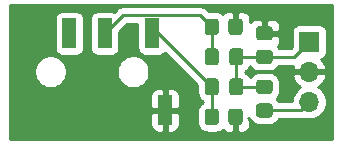
<source format=gbr>
%TF.GenerationSoftware,KiCad,Pcbnew,(5.1.9)-1*%
%TF.CreationDate,2022-01-05T12:10:33+01:00*%
%TF.ProjectId,WLED_AudioJackAdapter,574c4544-5f41-4756-9469-6f4a61636b41,rev?*%
%TF.SameCoordinates,Original*%
%TF.FileFunction,Copper,L1,Top*%
%TF.FilePolarity,Positive*%
%FSLAX46Y46*%
G04 Gerber Fmt 4.6, Leading zero omitted, Abs format (unit mm)*
G04 Created by KiCad (PCBNEW (5.1.9)-1) date 2022-01-05 12:10:33*
%MOMM*%
%LPD*%
G01*
G04 APERTURE LIST*
%TA.AperFunction,SMDPad,CuDef*%
%ADD10R,1.200000X2.500000*%
%TD*%
%TA.AperFunction,ComponentPad*%
%ADD11O,1.700000X1.700000*%
%TD*%
%TA.AperFunction,ComponentPad*%
%ADD12R,1.700000X1.700000*%
%TD*%
%TA.AperFunction,Conductor*%
%ADD13C,0.250000*%
%TD*%
%TA.AperFunction,Conductor*%
%ADD14C,0.254000*%
%TD*%
%TA.AperFunction,Conductor*%
%ADD15C,0.100000*%
%TD*%
G04 APERTURE END LIST*
D10*
%TO.P,J1,R2*%
%TO.N,N/C*%
X129540000Y-78665000D03*
%TO.P,J1,R1*%
%TO.N,Net-(C1-Pad2)*%
X132540000Y-78665000D03*
%TO.P,J1,T*%
%TO.N,Net-(C2-Pad2)*%
X136540000Y-78665000D03*
%TO.P,J1,S*%
%TO.N,GND*%
X137640000Y-85165000D03*
%TD*%
%TO.P,R4,2*%
%TO.N,ADC*%
%TA.AperFunction,SMDPad,CuDef*%
G36*
G01*
X146500001Y-83785000D02*
X145599999Y-83785000D01*
G75*
G02*
X145350000Y-83535001I0J249999D01*
G01*
X145350000Y-82834999D01*
G75*
G02*
X145599999Y-82585000I249999J0D01*
G01*
X146500001Y-82585000D01*
G75*
G02*
X146750000Y-82834999I0J-249999D01*
G01*
X146750000Y-83535001D01*
G75*
G02*
X146500001Y-83785000I-249999J0D01*
G01*
G37*
%TD.AperFunction*%
%TO.P,R4,1*%
%TO.N,+3V3*%
%TA.AperFunction,SMDPad,CuDef*%
G36*
G01*
X146500001Y-85785000D02*
X145599999Y-85785000D01*
G75*
G02*
X145350000Y-85535001I0J249999D01*
G01*
X145350000Y-84834999D01*
G75*
G02*
X145599999Y-84585000I249999J0D01*
G01*
X146500001Y-84585000D01*
G75*
G02*
X146750000Y-84834999I0J-249999D01*
G01*
X146750000Y-85535001D01*
G75*
G02*
X146500001Y-85785000I-249999J0D01*
G01*
G37*
%TD.AperFunction*%
%TD*%
%TO.P,R3,2*%
%TO.N,GND*%
%TA.AperFunction,SMDPad,CuDef*%
G36*
G01*
X146500001Y-79245000D02*
X145599999Y-79245000D01*
G75*
G02*
X145350000Y-78995001I0J249999D01*
G01*
X145350000Y-78294999D01*
G75*
G02*
X145599999Y-78045000I249999J0D01*
G01*
X146500001Y-78045000D01*
G75*
G02*
X146750000Y-78294999I0J-249999D01*
G01*
X146750000Y-78995001D01*
G75*
G02*
X146500001Y-79245000I-249999J0D01*
G01*
G37*
%TD.AperFunction*%
%TO.P,R3,1*%
%TO.N,ADC*%
%TA.AperFunction,SMDPad,CuDef*%
G36*
G01*
X146500001Y-81245000D02*
X145599999Y-81245000D01*
G75*
G02*
X145350000Y-80995001I0J249999D01*
G01*
X145350000Y-80294999D01*
G75*
G02*
X145599999Y-80045000I249999J0D01*
G01*
X146500001Y-80045000D01*
G75*
G02*
X146750000Y-80294999I0J-249999D01*
G01*
X146750000Y-80995001D01*
G75*
G02*
X146500001Y-81245000I-249999J0D01*
G01*
G37*
%TD.AperFunction*%
%TD*%
%TO.P,R2,2*%
%TO.N,Net-(C2-Pad2)*%
%TA.AperFunction,SMDPad,CuDef*%
G36*
G01*
X142205000Y-85274999D02*
X142205000Y-86175001D01*
G75*
G02*
X141955001Y-86425000I-249999J0D01*
G01*
X141254999Y-86425000D01*
G75*
G02*
X141005000Y-86175001I0J249999D01*
G01*
X141005000Y-85274999D01*
G75*
G02*
X141254999Y-85025000I249999J0D01*
G01*
X141955001Y-85025000D01*
G75*
G02*
X142205000Y-85274999I0J-249999D01*
G01*
G37*
%TD.AperFunction*%
%TO.P,R2,1*%
%TO.N,GND*%
%TA.AperFunction,SMDPad,CuDef*%
G36*
G01*
X144205000Y-85274999D02*
X144205000Y-86175001D01*
G75*
G02*
X143955001Y-86425000I-249999J0D01*
G01*
X143254999Y-86425000D01*
G75*
G02*
X143005000Y-86175001I0J249999D01*
G01*
X143005000Y-85274999D01*
G75*
G02*
X143254999Y-85025000I249999J0D01*
G01*
X143955001Y-85025000D01*
G75*
G02*
X144205000Y-85274999I0J-249999D01*
G01*
G37*
%TD.AperFunction*%
%TD*%
%TO.P,R1,2*%
%TO.N,Net-(C1-Pad2)*%
%TA.AperFunction,SMDPad,CuDef*%
G36*
G01*
X142205000Y-77654999D02*
X142205000Y-78555001D01*
G75*
G02*
X141955001Y-78805000I-249999J0D01*
G01*
X141254999Y-78805000D01*
G75*
G02*
X141005000Y-78555001I0J249999D01*
G01*
X141005000Y-77654999D01*
G75*
G02*
X141254999Y-77405000I249999J0D01*
G01*
X141955001Y-77405000D01*
G75*
G02*
X142205000Y-77654999I0J-249999D01*
G01*
G37*
%TD.AperFunction*%
%TO.P,R1,1*%
%TO.N,GND*%
%TA.AperFunction,SMDPad,CuDef*%
G36*
G01*
X144205000Y-77654999D02*
X144205000Y-78555001D01*
G75*
G02*
X143955001Y-78805000I-249999J0D01*
G01*
X143254999Y-78805000D01*
G75*
G02*
X143005000Y-78555001I0J249999D01*
G01*
X143005000Y-77654999D01*
G75*
G02*
X143254999Y-77405000I249999J0D01*
G01*
X143955001Y-77405000D01*
G75*
G02*
X144205000Y-77654999I0J-249999D01*
G01*
G37*
%TD.AperFunction*%
%TD*%
D11*
%TO.P,J2,3*%
%TO.N,+3V3*%
X149860000Y-84455000D03*
%TO.P,J2,2*%
%TO.N,GND*%
X149860000Y-81915000D03*
D12*
%TO.P,J2,1*%
%TO.N,ADC*%
X149860000Y-79375000D03*
%TD*%
%TO.P,C2,2*%
%TO.N,Net-(C2-Pad2)*%
%TA.AperFunction,SMDPad,CuDef*%
G36*
G01*
X142192500Y-82710000D02*
X142192500Y-83660000D01*
G75*
G02*
X141942500Y-83910000I-250000J0D01*
G01*
X141267500Y-83910000D01*
G75*
G02*
X141017500Y-83660000I0J250000D01*
G01*
X141017500Y-82710000D01*
G75*
G02*
X141267500Y-82460000I250000J0D01*
G01*
X141942500Y-82460000D01*
G75*
G02*
X142192500Y-82710000I0J-250000D01*
G01*
G37*
%TD.AperFunction*%
%TO.P,C2,1*%
%TO.N,ADC*%
%TA.AperFunction,SMDPad,CuDef*%
G36*
G01*
X144267500Y-82710000D02*
X144267500Y-83660000D01*
G75*
G02*
X144017500Y-83910000I-250000J0D01*
G01*
X143342500Y-83910000D01*
G75*
G02*
X143092500Y-83660000I0J250000D01*
G01*
X143092500Y-82710000D01*
G75*
G02*
X143342500Y-82460000I250000J0D01*
G01*
X144017500Y-82460000D01*
G75*
G02*
X144267500Y-82710000I0J-250000D01*
G01*
G37*
%TD.AperFunction*%
%TD*%
%TO.P,C1,2*%
%TO.N,Net-(C1-Pad2)*%
%TA.AperFunction,SMDPad,CuDef*%
G36*
G01*
X142192500Y-80170000D02*
X142192500Y-81120000D01*
G75*
G02*
X141942500Y-81370000I-250000J0D01*
G01*
X141267500Y-81370000D01*
G75*
G02*
X141017500Y-81120000I0J250000D01*
G01*
X141017500Y-80170000D01*
G75*
G02*
X141267500Y-79920000I250000J0D01*
G01*
X141942500Y-79920000D01*
G75*
G02*
X142192500Y-80170000I0J-250000D01*
G01*
G37*
%TD.AperFunction*%
%TO.P,C1,1*%
%TO.N,ADC*%
%TA.AperFunction,SMDPad,CuDef*%
G36*
G01*
X144267500Y-80170000D02*
X144267500Y-81120000D01*
G75*
G02*
X144017500Y-81370000I-250000J0D01*
G01*
X143342500Y-81370000D01*
G75*
G02*
X143092500Y-81120000I0J250000D01*
G01*
X143092500Y-80170000D01*
G75*
G02*
X143342500Y-79920000I250000J0D01*
G01*
X144017500Y-79920000D01*
G75*
G02*
X144267500Y-80170000I0J-250000D01*
G01*
G37*
%TD.AperFunction*%
%TD*%
D13*
%TO.N,Net-(C1-Pad2)*%
X141605000Y-78105000D02*
X141605000Y-80645000D01*
X140589999Y-77089999D02*
X141605000Y-78105000D01*
X134115001Y-77089999D02*
X140589999Y-77089999D01*
X132540000Y-78665000D02*
X134115001Y-77089999D01*
%TO.N,ADC*%
X148590000Y-80645000D02*
X149860000Y-79375000D01*
X146050000Y-80645000D02*
X148590000Y-80645000D01*
X143680000Y-80645000D02*
X146050000Y-80645000D01*
X143680000Y-83185000D02*
X143680000Y-80645000D01*
X146050000Y-83185000D02*
X143680000Y-83185000D01*
%TO.N,Net-(C2-Pad2)*%
X141605000Y-83185000D02*
X141605000Y-85725000D01*
X137085000Y-78665000D02*
X141605000Y-83185000D01*
X136540000Y-78665000D02*
X137085000Y-78665000D01*
%TO.N,+3V3*%
X149765000Y-85185000D02*
X149860000Y-85090000D01*
X149130000Y-85185000D02*
X149860000Y-84455000D01*
X146050000Y-85185000D02*
X149130000Y-85185000D01*
%TD*%
D14*
%TO.N,GND*%
X151739513Y-76225666D02*
X151740000Y-76230301D01*
X151740001Y-87597715D01*
X151739335Y-87604513D01*
X151734699Y-87605000D01*
X124492275Y-87605000D01*
X124485487Y-87604335D01*
X124485000Y-87599699D01*
X124485000Y-86415000D01*
X136401928Y-86415000D01*
X136414188Y-86539482D01*
X136450498Y-86659180D01*
X136509463Y-86769494D01*
X136588815Y-86866185D01*
X136685506Y-86945537D01*
X136795820Y-87004502D01*
X136915518Y-87040812D01*
X137040000Y-87053072D01*
X137354250Y-87050000D01*
X137513000Y-86891250D01*
X137513000Y-85292000D01*
X137767000Y-85292000D01*
X137767000Y-86891250D01*
X137925750Y-87050000D01*
X138240000Y-87053072D01*
X138364482Y-87040812D01*
X138484180Y-87004502D01*
X138594494Y-86945537D01*
X138691185Y-86866185D01*
X138770537Y-86769494D01*
X138829502Y-86659180D01*
X138865812Y-86539482D01*
X138878072Y-86415000D01*
X138875000Y-85450750D01*
X138716250Y-85292000D01*
X137767000Y-85292000D01*
X137513000Y-85292000D01*
X136563750Y-85292000D01*
X136405000Y-85450750D01*
X136401928Y-86415000D01*
X124485000Y-86415000D01*
X124485000Y-83915000D01*
X136401928Y-83915000D01*
X136405000Y-84879250D01*
X136563750Y-85038000D01*
X137513000Y-85038000D01*
X137513000Y-83438750D01*
X137767000Y-83438750D01*
X137767000Y-85038000D01*
X138716250Y-85038000D01*
X138875000Y-84879250D01*
X138878072Y-83915000D01*
X138865812Y-83790518D01*
X138829502Y-83670820D01*
X138770537Y-83560506D01*
X138691185Y-83463815D01*
X138594494Y-83384463D01*
X138484180Y-83325498D01*
X138364482Y-83289188D01*
X138240000Y-83276928D01*
X137925750Y-83280000D01*
X137767000Y-83438750D01*
X137513000Y-83438750D01*
X137354250Y-83280000D01*
X137040000Y-83276928D01*
X136915518Y-83289188D01*
X136795820Y-83325498D01*
X136685506Y-83384463D01*
X136588815Y-83463815D01*
X136509463Y-83560506D01*
X136450498Y-83670820D01*
X136414188Y-83790518D01*
X136401928Y-83915000D01*
X124485000Y-83915000D01*
X124485000Y-81778589D01*
X126555000Y-81778589D01*
X126555000Y-82051411D01*
X126608225Y-82318989D01*
X126712629Y-82571043D01*
X126864201Y-82797886D01*
X127057114Y-82990799D01*
X127283957Y-83142371D01*
X127536011Y-83246775D01*
X127803589Y-83300000D01*
X128076411Y-83300000D01*
X128343989Y-83246775D01*
X128596043Y-83142371D01*
X128822886Y-82990799D01*
X129015799Y-82797886D01*
X129167371Y-82571043D01*
X129271775Y-82318989D01*
X129325000Y-82051411D01*
X129325000Y-81778589D01*
X133555000Y-81778589D01*
X133555000Y-82051411D01*
X133608225Y-82318989D01*
X133712629Y-82571043D01*
X133864201Y-82797886D01*
X134057114Y-82990799D01*
X134283957Y-83142371D01*
X134536011Y-83246775D01*
X134803589Y-83300000D01*
X135076411Y-83300000D01*
X135343989Y-83246775D01*
X135596043Y-83142371D01*
X135822886Y-82990799D01*
X136015799Y-82797886D01*
X136167371Y-82571043D01*
X136271775Y-82318989D01*
X136325000Y-82051411D01*
X136325000Y-81778589D01*
X136271775Y-81511011D01*
X136167371Y-81258957D01*
X136015799Y-81032114D01*
X135822886Y-80839201D01*
X135596043Y-80687629D01*
X135343989Y-80583225D01*
X135076411Y-80530000D01*
X134803589Y-80530000D01*
X134536011Y-80583225D01*
X134283957Y-80687629D01*
X134057114Y-80839201D01*
X133864201Y-81032114D01*
X133712629Y-81258957D01*
X133608225Y-81511011D01*
X133555000Y-81778589D01*
X129325000Y-81778589D01*
X129271775Y-81511011D01*
X129167371Y-81258957D01*
X129015799Y-81032114D01*
X128822886Y-80839201D01*
X128596043Y-80687629D01*
X128343989Y-80583225D01*
X128076411Y-80530000D01*
X127803589Y-80530000D01*
X127536011Y-80583225D01*
X127283957Y-80687629D01*
X127057114Y-80839201D01*
X126864201Y-81032114D01*
X126712629Y-81258957D01*
X126608225Y-81511011D01*
X126555000Y-81778589D01*
X124485000Y-81778589D01*
X124485000Y-77415000D01*
X128301928Y-77415000D01*
X128301928Y-79915000D01*
X128314188Y-80039482D01*
X128350498Y-80159180D01*
X128409463Y-80269494D01*
X128488815Y-80366185D01*
X128585506Y-80445537D01*
X128695820Y-80504502D01*
X128815518Y-80540812D01*
X128940000Y-80553072D01*
X130140000Y-80553072D01*
X130264482Y-80540812D01*
X130384180Y-80504502D01*
X130494494Y-80445537D01*
X130591185Y-80366185D01*
X130670537Y-80269494D01*
X130729502Y-80159180D01*
X130765812Y-80039482D01*
X130778072Y-79915000D01*
X130778072Y-77415000D01*
X131301928Y-77415000D01*
X131301928Y-79915000D01*
X131314188Y-80039482D01*
X131350498Y-80159180D01*
X131409463Y-80269494D01*
X131488815Y-80366185D01*
X131585506Y-80445537D01*
X131695820Y-80504502D01*
X131815518Y-80540812D01*
X131940000Y-80553072D01*
X133140000Y-80553072D01*
X133264482Y-80540812D01*
X133384180Y-80504502D01*
X133494494Y-80445537D01*
X133591185Y-80366185D01*
X133670537Y-80269494D01*
X133729502Y-80159180D01*
X133765812Y-80039482D01*
X133778072Y-79915000D01*
X133778072Y-78501729D01*
X134429803Y-77849999D01*
X135301928Y-77849999D01*
X135301928Y-79915000D01*
X135314188Y-80039482D01*
X135350498Y-80159180D01*
X135409463Y-80269494D01*
X135488815Y-80366185D01*
X135585506Y-80445537D01*
X135695820Y-80504502D01*
X135815518Y-80540812D01*
X135940000Y-80553072D01*
X137140000Y-80553072D01*
X137264482Y-80540812D01*
X137384180Y-80504502D01*
X137494494Y-80445537D01*
X137591185Y-80366185D01*
X137645365Y-80300166D01*
X140379428Y-83034230D01*
X140379428Y-83660000D01*
X140396492Y-83833254D01*
X140447028Y-83999850D01*
X140529095Y-84153386D01*
X140639538Y-84287962D01*
X140774114Y-84398405D01*
X140845000Y-84436295D01*
X140845001Y-84492023D01*
X140761613Y-84536595D01*
X140627038Y-84647038D01*
X140516595Y-84781613D01*
X140434528Y-84935149D01*
X140383992Y-85101745D01*
X140366928Y-85274999D01*
X140366928Y-86175001D01*
X140383992Y-86348255D01*
X140434528Y-86514851D01*
X140516595Y-86668387D01*
X140627038Y-86802962D01*
X140761613Y-86913405D01*
X140915149Y-86995472D01*
X141081745Y-87046008D01*
X141254999Y-87063072D01*
X141955001Y-87063072D01*
X142128255Y-87046008D01*
X142294851Y-86995472D01*
X142448387Y-86913405D01*
X142529637Y-86846724D01*
X142553815Y-86876185D01*
X142650506Y-86955537D01*
X142760820Y-87014502D01*
X142880518Y-87050812D01*
X143005000Y-87063072D01*
X143319250Y-87060000D01*
X143478000Y-86901250D01*
X143478000Y-85852000D01*
X143458000Y-85852000D01*
X143458000Y-85598000D01*
X143478000Y-85598000D01*
X143478000Y-85578000D01*
X143732000Y-85578000D01*
X143732000Y-85598000D01*
X143752000Y-85598000D01*
X143752000Y-85852000D01*
X143732000Y-85852000D01*
X143732000Y-86901250D01*
X143890750Y-87060000D01*
X144205000Y-87063072D01*
X144329482Y-87050812D01*
X144449180Y-87014502D01*
X144559494Y-86955537D01*
X144656185Y-86876185D01*
X144735537Y-86779494D01*
X144794502Y-86669180D01*
X144830812Y-86549482D01*
X144843072Y-86425000D01*
X144840000Y-86010750D01*
X144681252Y-85852002D01*
X144772597Y-85852002D01*
X144779528Y-85874851D01*
X144861595Y-86028387D01*
X144972038Y-86162962D01*
X145106613Y-86273405D01*
X145260149Y-86355472D01*
X145426745Y-86406008D01*
X145599999Y-86423072D01*
X146500001Y-86423072D01*
X146673255Y-86406008D01*
X146839851Y-86355472D01*
X146993387Y-86273405D01*
X147127962Y-86162962D01*
X147238405Y-86028387D01*
X147282976Y-85945000D01*
X149092678Y-85945000D01*
X149130000Y-85948676D01*
X149167322Y-85945000D01*
X149167333Y-85945000D01*
X149278986Y-85934003D01*
X149422247Y-85890546D01*
X149433875Y-85884331D01*
X149487296Y-85894957D01*
X149616015Y-85934002D01*
X149765000Y-85948676D01*
X149853087Y-85940000D01*
X150006260Y-85940000D01*
X150293158Y-85882932D01*
X150563411Y-85770990D01*
X150806632Y-85608475D01*
X151013475Y-85401632D01*
X151175990Y-85158411D01*
X151287932Y-84888158D01*
X151345000Y-84601260D01*
X151345000Y-84308740D01*
X151287932Y-84021842D01*
X151175990Y-83751589D01*
X151013475Y-83508368D01*
X150806632Y-83301525D01*
X150624466Y-83179805D01*
X150741355Y-83110178D01*
X150957588Y-82915269D01*
X151131641Y-82681920D01*
X151256825Y-82419099D01*
X151301476Y-82271890D01*
X151180155Y-82042000D01*
X149987000Y-82042000D01*
X149987000Y-82062000D01*
X149733000Y-82062000D01*
X149733000Y-82042000D01*
X148539845Y-82042000D01*
X148418524Y-82271890D01*
X148463175Y-82419099D01*
X148588359Y-82681920D01*
X148762412Y-82915269D01*
X148978645Y-83110178D01*
X149095534Y-83179805D01*
X148913368Y-83301525D01*
X148706525Y-83508368D01*
X148544010Y-83751589D01*
X148432068Y-84021842D01*
X148375000Y-84308740D01*
X148375000Y-84425000D01*
X147282976Y-84425000D01*
X147238405Y-84341613D01*
X147127962Y-84207038D01*
X147101109Y-84185000D01*
X147127962Y-84162962D01*
X147238405Y-84028387D01*
X147320472Y-83874851D01*
X147371008Y-83708255D01*
X147388072Y-83535001D01*
X147388072Y-82834999D01*
X147371008Y-82661745D01*
X147320472Y-82495149D01*
X147238405Y-82341613D01*
X147127962Y-82207038D01*
X146993387Y-82096595D01*
X146839851Y-82014528D01*
X146673255Y-81963992D01*
X146500001Y-81946928D01*
X145599999Y-81946928D01*
X145426745Y-81963992D01*
X145260149Y-82014528D01*
X145106613Y-82096595D01*
X144972038Y-82207038D01*
X144861595Y-82341613D01*
X144841002Y-82380139D01*
X144837972Y-82370150D01*
X144755905Y-82216614D01*
X144645462Y-82082038D01*
X144510886Y-81971595D01*
X144440000Y-81933706D01*
X144440000Y-81896294D01*
X144510886Y-81858405D01*
X144645462Y-81747962D01*
X144755905Y-81613386D01*
X144837972Y-81459850D01*
X144841002Y-81449861D01*
X144861595Y-81488387D01*
X144972038Y-81622962D01*
X145106613Y-81733405D01*
X145260149Y-81815472D01*
X145426745Y-81866008D01*
X145599999Y-81883072D01*
X146500001Y-81883072D01*
X146673255Y-81866008D01*
X146839851Y-81815472D01*
X146993387Y-81733405D01*
X147127962Y-81622962D01*
X147238405Y-81488387D01*
X147282976Y-81405000D01*
X148465986Y-81405000D01*
X148463175Y-81410901D01*
X148418524Y-81558110D01*
X148539845Y-81788000D01*
X149733000Y-81788000D01*
X149733000Y-81768000D01*
X149987000Y-81768000D01*
X149987000Y-81788000D01*
X151180155Y-81788000D01*
X151301476Y-81558110D01*
X151256825Y-81410901D01*
X151131641Y-81148080D01*
X150957588Y-80914731D01*
X150873534Y-80838966D01*
X150954180Y-80814502D01*
X151064494Y-80755537D01*
X151161185Y-80676185D01*
X151240537Y-80579494D01*
X151299502Y-80469180D01*
X151335812Y-80349482D01*
X151348072Y-80225000D01*
X151348072Y-78525000D01*
X151335812Y-78400518D01*
X151299502Y-78280820D01*
X151240537Y-78170506D01*
X151161185Y-78073815D01*
X151064494Y-77994463D01*
X150954180Y-77935498D01*
X150834482Y-77899188D01*
X150710000Y-77886928D01*
X149010000Y-77886928D01*
X148885518Y-77899188D01*
X148765820Y-77935498D01*
X148655506Y-77994463D01*
X148558815Y-78073815D01*
X148479463Y-78170506D01*
X148420498Y-78280820D01*
X148384188Y-78400518D01*
X148371928Y-78525000D01*
X148371928Y-79788271D01*
X148275199Y-79885000D01*
X147282976Y-79885000D01*
X147238405Y-79801613D01*
X147171724Y-79720363D01*
X147201185Y-79696185D01*
X147280537Y-79599494D01*
X147339502Y-79489180D01*
X147375812Y-79369482D01*
X147388072Y-79245000D01*
X147385000Y-78930750D01*
X147226250Y-78772000D01*
X146177000Y-78772000D01*
X146177000Y-78792000D01*
X145923000Y-78792000D01*
X145923000Y-78772000D01*
X145903000Y-78772000D01*
X145903000Y-78518000D01*
X145923000Y-78518000D01*
X145923000Y-77568750D01*
X146177000Y-77568750D01*
X146177000Y-78518000D01*
X147226250Y-78518000D01*
X147385000Y-78359250D01*
X147388072Y-78045000D01*
X147375812Y-77920518D01*
X147339502Y-77800820D01*
X147280537Y-77690506D01*
X147201185Y-77593815D01*
X147104494Y-77514463D01*
X146994180Y-77455498D01*
X146874482Y-77419188D01*
X146750000Y-77406928D01*
X146335750Y-77410000D01*
X146177000Y-77568750D01*
X145923000Y-77568750D01*
X145764250Y-77410000D01*
X145350000Y-77406928D01*
X145225518Y-77419188D01*
X145105820Y-77455498D01*
X144995506Y-77514463D01*
X144898815Y-77593815D01*
X144841151Y-77664079D01*
X144843072Y-77405000D01*
X144830812Y-77280518D01*
X144794502Y-77160820D01*
X144735537Y-77050506D01*
X144656185Y-76953815D01*
X144559494Y-76874463D01*
X144449180Y-76815498D01*
X144329482Y-76779188D01*
X144205000Y-76766928D01*
X143890750Y-76770000D01*
X143732000Y-76928750D01*
X143732000Y-77978000D01*
X143752000Y-77978000D01*
X143752000Y-78232000D01*
X143732000Y-78232000D01*
X143732000Y-78252000D01*
X143478000Y-78252000D01*
X143478000Y-78232000D01*
X143458000Y-78232000D01*
X143458000Y-77978000D01*
X143478000Y-77978000D01*
X143478000Y-76928750D01*
X143319250Y-76770000D01*
X143005000Y-76766928D01*
X142880518Y-76779188D01*
X142760820Y-76815498D01*
X142650506Y-76874463D01*
X142553815Y-76953815D01*
X142529637Y-76983276D01*
X142448387Y-76916595D01*
X142294851Y-76834528D01*
X142128255Y-76783992D01*
X141955001Y-76766928D01*
X141341729Y-76766928D01*
X141153803Y-76579001D01*
X141130000Y-76549998D01*
X141014275Y-76455025D01*
X140882246Y-76384453D01*
X140738985Y-76340996D01*
X140627332Y-76329999D01*
X140627321Y-76329999D01*
X140589999Y-76326323D01*
X140552677Y-76329999D01*
X134152326Y-76329999D01*
X134115001Y-76326323D01*
X134077676Y-76329999D01*
X134077668Y-76329999D01*
X133966015Y-76340996D01*
X133822754Y-76384453D01*
X133690725Y-76455025D01*
X133575000Y-76549998D01*
X133551202Y-76578996D01*
X133323199Y-76807000D01*
X133264482Y-76789188D01*
X133140000Y-76776928D01*
X131940000Y-76776928D01*
X131815518Y-76789188D01*
X131695820Y-76825498D01*
X131585506Y-76884463D01*
X131488815Y-76963815D01*
X131409463Y-77060506D01*
X131350498Y-77170820D01*
X131314188Y-77290518D01*
X131301928Y-77415000D01*
X130778072Y-77415000D01*
X130765812Y-77290518D01*
X130729502Y-77170820D01*
X130670537Y-77060506D01*
X130591185Y-76963815D01*
X130494494Y-76884463D01*
X130384180Y-76825498D01*
X130264482Y-76789188D01*
X130140000Y-76776928D01*
X128940000Y-76776928D01*
X128815518Y-76789188D01*
X128695820Y-76825498D01*
X128585506Y-76884463D01*
X128488815Y-76963815D01*
X128409463Y-77060506D01*
X128350498Y-77170820D01*
X128314188Y-77290518D01*
X128301928Y-77415000D01*
X124485000Y-77415000D01*
X124485000Y-76232275D01*
X124485666Y-76225487D01*
X124490301Y-76225000D01*
X151732725Y-76225000D01*
X151739513Y-76225666D01*
%TA.AperFunction,Conductor*%
D15*
G36*
X151739513Y-76225666D02*
G01*
X151740000Y-76230301D01*
X151740001Y-87597715D01*
X151739335Y-87604513D01*
X151734699Y-87605000D01*
X124492275Y-87605000D01*
X124485487Y-87604335D01*
X124485000Y-87599699D01*
X124485000Y-86415000D01*
X136401928Y-86415000D01*
X136414188Y-86539482D01*
X136450498Y-86659180D01*
X136509463Y-86769494D01*
X136588815Y-86866185D01*
X136685506Y-86945537D01*
X136795820Y-87004502D01*
X136915518Y-87040812D01*
X137040000Y-87053072D01*
X137354250Y-87050000D01*
X137513000Y-86891250D01*
X137513000Y-85292000D01*
X137767000Y-85292000D01*
X137767000Y-86891250D01*
X137925750Y-87050000D01*
X138240000Y-87053072D01*
X138364482Y-87040812D01*
X138484180Y-87004502D01*
X138594494Y-86945537D01*
X138691185Y-86866185D01*
X138770537Y-86769494D01*
X138829502Y-86659180D01*
X138865812Y-86539482D01*
X138878072Y-86415000D01*
X138875000Y-85450750D01*
X138716250Y-85292000D01*
X137767000Y-85292000D01*
X137513000Y-85292000D01*
X136563750Y-85292000D01*
X136405000Y-85450750D01*
X136401928Y-86415000D01*
X124485000Y-86415000D01*
X124485000Y-83915000D01*
X136401928Y-83915000D01*
X136405000Y-84879250D01*
X136563750Y-85038000D01*
X137513000Y-85038000D01*
X137513000Y-83438750D01*
X137767000Y-83438750D01*
X137767000Y-85038000D01*
X138716250Y-85038000D01*
X138875000Y-84879250D01*
X138878072Y-83915000D01*
X138865812Y-83790518D01*
X138829502Y-83670820D01*
X138770537Y-83560506D01*
X138691185Y-83463815D01*
X138594494Y-83384463D01*
X138484180Y-83325498D01*
X138364482Y-83289188D01*
X138240000Y-83276928D01*
X137925750Y-83280000D01*
X137767000Y-83438750D01*
X137513000Y-83438750D01*
X137354250Y-83280000D01*
X137040000Y-83276928D01*
X136915518Y-83289188D01*
X136795820Y-83325498D01*
X136685506Y-83384463D01*
X136588815Y-83463815D01*
X136509463Y-83560506D01*
X136450498Y-83670820D01*
X136414188Y-83790518D01*
X136401928Y-83915000D01*
X124485000Y-83915000D01*
X124485000Y-81778589D01*
X126555000Y-81778589D01*
X126555000Y-82051411D01*
X126608225Y-82318989D01*
X126712629Y-82571043D01*
X126864201Y-82797886D01*
X127057114Y-82990799D01*
X127283957Y-83142371D01*
X127536011Y-83246775D01*
X127803589Y-83300000D01*
X128076411Y-83300000D01*
X128343989Y-83246775D01*
X128596043Y-83142371D01*
X128822886Y-82990799D01*
X129015799Y-82797886D01*
X129167371Y-82571043D01*
X129271775Y-82318989D01*
X129325000Y-82051411D01*
X129325000Y-81778589D01*
X133555000Y-81778589D01*
X133555000Y-82051411D01*
X133608225Y-82318989D01*
X133712629Y-82571043D01*
X133864201Y-82797886D01*
X134057114Y-82990799D01*
X134283957Y-83142371D01*
X134536011Y-83246775D01*
X134803589Y-83300000D01*
X135076411Y-83300000D01*
X135343989Y-83246775D01*
X135596043Y-83142371D01*
X135822886Y-82990799D01*
X136015799Y-82797886D01*
X136167371Y-82571043D01*
X136271775Y-82318989D01*
X136325000Y-82051411D01*
X136325000Y-81778589D01*
X136271775Y-81511011D01*
X136167371Y-81258957D01*
X136015799Y-81032114D01*
X135822886Y-80839201D01*
X135596043Y-80687629D01*
X135343989Y-80583225D01*
X135076411Y-80530000D01*
X134803589Y-80530000D01*
X134536011Y-80583225D01*
X134283957Y-80687629D01*
X134057114Y-80839201D01*
X133864201Y-81032114D01*
X133712629Y-81258957D01*
X133608225Y-81511011D01*
X133555000Y-81778589D01*
X129325000Y-81778589D01*
X129271775Y-81511011D01*
X129167371Y-81258957D01*
X129015799Y-81032114D01*
X128822886Y-80839201D01*
X128596043Y-80687629D01*
X128343989Y-80583225D01*
X128076411Y-80530000D01*
X127803589Y-80530000D01*
X127536011Y-80583225D01*
X127283957Y-80687629D01*
X127057114Y-80839201D01*
X126864201Y-81032114D01*
X126712629Y-81258957D01*
X126608225Y-81511011D01*
X126555000Y-81778589D01*
X124485000Y-81778589D01*
X124485000Y-77415000D01*
X128301928Y-77415000D01*
X128301928Y-79915000D01*
X128314188Y-80039482D01*
X128350498Y-80159180D01*
X128409463Y-80269494D01*
X128488815Y-80366185D01*
X128585506Y-80445537D01*
X128695820Y-80504502D01*
X128815518Y-80540812D01*
X128940000Y-80553072D01*
X130140000Y-80553072D01*
X130264482Y-80540812D01*
X130384180Y-80504502D01*
X130494494Y-80445537D01*
X130591185Y-80366185D01*
X130670537Y-80269494D01*
X130729502Y-80159180D01*
X130765812Y-80039482D01*
X130778072Y-79915000D01*
X130778072Y-77415000D01*
X131301928Y-77415000D01*
X131301928Y-79915000D01*
X131314188Y-80039482D01*
X131350498Y-80159180D01*
X131409463Y-80269494D01*
X131488815Y-80366185D01*
X131585506Y-80445537D01*
X131695820Y-80504502D01*
X131815518Y-80540812D01*
X131940000Y-80553072D01*
X133140000Y-80553072D01*
X133264482Y-80540812D01*
X133384180Y-80504502D01*
X133494494Y-80445537D01*
X133591185Y-80366185D01*
X133670537Y-80269494D01*
X133729502Y-80159180D01*
X133765812Y-80039482D01*
X133778072Y-79915000D01*
X133778072Y-78501729D01*
X134429803Y-77849999D01*
X135301928Y-77849999D01*
X135301928Y-79915000D01*
X135314188Y-80039482D01*
X135350498Y-80159180D01*
X135409463Y-80269494D01*
X135488815Y-80366185D01*
X135585506Y-80445537D01*
X135695820Y-80504502D01*
X135815518Y-80540812D01*
X135940000Y-80553072D01*
X137140000Y-80553072D01*
X137264482Y-80540812D01*
X137384180Y-80504502D01*
X137494494Y-80445537D01*
X137591185Y-80366185D01*
X137645365Y-80300166D01*
X140379428Y-83034230D01*
X140379428Y-83660000D01*
X140396492Y-83833254D01*
X140447028Y-83999850D01*
X140529095Y-84153386D01*
X140639538Y-84287962D01*
X140774114Y-84398405D01*
X140845000Y-84436295D01*
X140845001Y-84492023D01*
X140761613Y-84536595D01*
X140627038Y-84647038D01*
X140516595Y-84781613D01*
X140434528Y-84935149D01*
X140383992Y-85101745D01*
X140366928Y-85274999D01*
X140366928Y-86175001D01*
X140383992Y-86348255D01*
X140434528Y-86514851D01*
X140516595Y-86668387D01*
X140627038Y-86802962D01*
X140761613Y-86913405D01*
X140915149Y-86995472D01*
X141081745Y-87046008D01*
X141254999Y-87063072D01*
X141955001Y-87063072D01*
X142128255Y-87046008D01*
X142294851Y-86995472D01*
X142448387Y-86913405D01*
X142529637Y-86846724D01*
X142553815Y-86876185D01*
X142650506Y-86955537D01*
X142760820Y-87014502D01*
X142880518Y-87050812D01*
X143005000Y-87063072D01*
X143319250Y-87060000D01*
X143478000Y-86901250D01*
X143478000Y-85852000D01*
X143458000Y-85852000D01*
X143458000Y-85598000D01*
X143478000Y-85598000D01*
X143478000Y-85578000D01*
X143732000Y-85578000D01*
X143732000Y-85598000D01*
X143752000Y-85598000D01*
X143752000Y-85852000D01*
X143732000Y-85852000D01*
X143732000Y-86901250D01*
X143890750Y-87060000D01*
X144205000Y-87063072D01*
X144329482Y-87050812D01*
X144449180Y-87014502D01*
X144559494Y-86955537D01*
X144656185Y-86876185D01*
X144735537Y-86779494D01*
X144794502Y-86669180D01*
X144830812Y-86549482D01*
X144843072Y-86425000D01*
X144840000Y-86010750D01*
X144681252Y-85852002D01*
X144772597Y-85852002D01*
X144779528Y-85874851D01*
X144861595Y-86028387D01*
X144972038Y-86162962D01*
X145106613Y-86273405D01*
X145260149Y-86355472D01*
X145426745Y-86406008D01*
X145599999Y-86423072D01*
X146500001Y-86423072D01*
X146673255Y-86406008D01*
X146839851Y-86355472D01*
X146993387Y-86273405D01*
X147127962Y-86162962D01*
X147238405Y-86028387D01*
X147282976Y-85945000D01*
X149092678Y-85945000D01*
X149130000Y-85948676D01*
X149167322Y-85945000D01*
X149167333Y-85945000D01*
X149278986Y-85934003D01*
X149422247Y-85890546D01*
X149433875Y-85884331D01*
X149487296Y-85894957D01*
X149616015Y-85934002D01*
X149765000Y-85948676D01*
X149853087Y-85940000D01*
X150006260Y-85940000D01*
X150293158Y-85882932D01*
X150563411Y-85770990D01*
X150806632Y-85608475D01*
X151013475Y-85401632D01*
X151175990Y-85158411D01*
X151287932Y-84888158D01*
X151345000Y-84601260D01*
X151345000Y-84308740D01*
X151287932Y-84021842D01*
X151175990Y-83751589D01*
X151013475Y-83508368D01*
X150806632Y-83301525D01*
X150624466Y-83179805D01*
X150741355Y-83110178D01*
X150957588Y-82915269D01*
X151131641Y-82681920D01*
X151256825Y-82419099D01*
X151301476Y-82271890D01*
X151180155Y-82042000D01*
X149987000Y-82042000D01*
X149987000Y-82062000D01*
X149733000Y-82062000D01*
X149733000Y-82042000D01*
X148539845Y-82042000D01*
X148418524Y-82271890D01*
X148463175Y-82419099D01*
X148588359Y-82681920D01*
X148762412Y-82915269D01*
X148978645Y-83110178D01*
X149095534Y-83179805D01*
X148913368Y-83301525D01*
X148706525Y-83508368D01*
X148544010Y-83751589D01*
X148432068Y-84021842D01*
X148375000Y-84308740D01*
X148375000Y-84425000D01*
X147282976Y-84425000D01*
X147238405Y-84341613D01*
X147127962Y-84207038D01*
X147101109Y-84185000D01*
X147127962Y-84162962D01*
X147238405Y-84028387D01*
X147320472Y-83874851D01*
X147371008Y-83708255D01*
X147388072Y-83535001D01*
X147388072Y-82834999D01*
X147371008Y-82661745D01*
X147320472Y-82495149D01*
X147238405Y-82341613D01*
X147127962Y-82207038D01*
X146993387Y-82096595D01*
X146839851Y-82014528D01*
X146673255Y-81963992D01*
X146500001Y-81946928D01*
X145599999Y-81946928D01*
X145426745Y-81963992D01*
X145260149Y-82014528D01*
X145106613Y-82096595D01*
X144972038Y-82207038D01*
X144861595Y-82341613D01*
X144841002Y-82380139D01*
X144837972Y-82370150D01*
X144755905Y-82216614D01*
X144645462Y-82082038D01*
X144510886Y-81971595D01*
X144440000Y-81933706D01*
X144440000Y-81896294D01*
X144510886Y-81858405D01*
X144645462Y-81747962D01*
X144755905Y-81613386D01*
X144837972Y-81459850D01*
X144841002Y-81449861D01*
X144861595Y-81488387D01*
X144972038Y-81622962D01*
X145106613Y-81733405D01*
X145260149Y-81815472D01*
X145426745Y-81866008D01*
X145599999Y-81883072D01*
X146500001Y-81883072D01*
X146673255Y-81866008D01*
X146839851Y-81815472D01*
X146993387Y-81733405D01*
X147127962Y-81622962D01*
X147238405Y-81488387D01*
X147282976Y-81405000D01*
X148465986Y-81405000D01*
X148463175Y-81410901D01*
X148418524Y-81558110D01*
X148539845Y-81788000D01*
X149733000Y-81788000D01*
X149733000Y-81768000D01*
X149987000Y-81768000D01*
X149987000Y-81788000D01*
X151180155Y-81788000D01*
X151301476Y-81558110D01*
X151256825Y-81410901D01*
X151131641Y-81148080D01*
X150957588Y-80914731D01*
X150873534Y-80838966D01*
X150954180Y-80814502D01*
X151064494Y-80755537D01*
X151161185Y-80676185D01*
X151240537Y-80579494D01*
X151299502Y-80469180D01*
X151335812Y-80349482D01*
X151348072Y-80225000D01*
X151348072Y-78525000D01*
X151335812Y-78400518D01*
X151299502Y-78280820D01*
X151240537Y-78170506D01*
X151161185Y-78073815D01*
X151064494Y-77994463D01*
X150954180Y-77935498D01*
X150834482Y-77899188D01*
X150710000Y-77886928D01*
X149010000Y-77886928D01*
X148885518Y-77899188D01*
X148765820Y-77935498D01*
X148655506Y-77994463D01*
X148558815Y-78073815D01*
X148479463Y-78170506D01*
X148420498Y-78280820D01*
X148384188Y-78400518D01*
X148371928Y-78525000D01*
X148371928Y-79788271D01*
X148275199Y-79885000D01*
X147282976Y-79885000D01*
X147238405Y-79801613D01*
X147171724Y-79720363D01*
X147201185Y-79696185D01*
X147280537Y-79599494D01*
X147339502Y-79489180D01*
X147375812Y-79369482D01*
X147388072Y-79245000D01*
X147385000Y-78930750D01*
X147226250Y-78772000D01*
X146177000Y-78772000D01*
X146177000Y-78792000D01*
X145923000Y-78792000D01*
X145923000Y-78772000D01*
X145903000Y-78772000D01*
X145903000Y-78518000D01*
X145923000Y-78518000D01*
X145923000Y-77568750D01*
X146177000Y-77568750D01*
X146177000Y-78518000D01*
X147226250Y-78518000D01*
X147385000Y-78359250D01*
X147388072Y-78045000D01*
X147375812Y-77920518D01*
X147339502Y-77800820D01*
X147280537Y-77690506D01*
X147201185Y-77593815D01*
X147104494Y-77514463D01*
X146994180Y-77455498D01*
X146874482Y-77419188D01*
X146750000Y-77406928D01*
X146335750Y-77410000D01*
X146177000Y-77568750D01*
X145923000Y-77568750D01*
X145764250Y-77410000D01*
X145350000Y-77406928D01*
X145225518Y-77419188D01*
X145105820Y-77455498D01*
X144995506Y-77514463D01*
X144898815Y-77593815D01*
X144841151Y-77664079D01*
X144843072Y-77405000D01*
X144830812Y-77280518D01*
X144794502Y-77160820D01*
X144735537Y-77050506D01*
X144656185Y-76953815D01*
X144559494Y-76874463D01*
X144449180Y-76815498D01*
X144329482Y-76779188D01*
X144205000Y-76766928D01*
X143890750Y-76770000D01*
X143732000Y-76928750D01*
X143732000Y-77978000D01*
X143752000Y-77978000D01*
X143752000Y-78232000D01*
X143732000Y-78232000D01*
X143732000Y-78252000D01*
X143478000Y-78252000D01*
X143478000Y-78232000D01*
X143458000Y-78232000D01*
X143458000Y-77978000D01*
X143478000Y-77978000D01*
X143478000Y-76928750D01*
X143319250Y-76770000D01*
X143005000Y-76766928D01*
X142880518Y-76779188D01*
X142760820Y-76815498D01*
X142650506Y-76874463D01*
X142553815Y-76953815D01*
X142529637Y-76983276D01*
X142448387Y-76916595D01*
X142294851Y-76834528D01*
X142128255Y-76783992D01*
X141955001Y-76766928D01*
X141341729Y-76766928D01*
X141153803Y-76579001D01*
X141130000Y-76549998D01*
X141014275Y-76455025D01*
X140882246Y-76384453D01*
X140738985Y-76340996D01*
X140627332Y-76329999D01*
X140627321Y-76329999D01*
X140589999Y-76326323D01*
X140552677Y-76329999D01*
X134152326Y-76329999D01*
X134115001Y-76326323D01*
X134077676Y-76329999D01*
X134077668Y-76329999D01*
X133966015Y-76340996D01*
X133822754Y-76384453D01*
X133690725Y-76455025D01*
X133575000Y-76549998D01*
X133551202Y-76578996D01*
X133323199Y-76807000D01*
X133264482Y-76789188D01*
X133140000Y-76776928D01*
X131940000Y-76776928D01*
X131815518Y-76789188D01*
X131695820Y-76825498D01*
X131585506Y-76884463D01*
X131488815Y-76963815D01*
X131409463Y-77060506D01*
X131350498Y-77170820D01*
X131314188Y-77290518D01*
X131301928Y-77415000D01*
X130778072Y-77415000D01*
X130765812Y-77290518D01*
X130729502Y-77170820D01*
X130670537Y-77060506D01*
X130591185Y-76963815D01*
X130494494Y-76884463D01*
X130384180Y-76825498D01*
X130264482Y-76789188D01*
X130140000Y-76776928D01*
X128940000Y-76776928D01*
X128815518Y-76789188D01*
X128695820Y-76825498D01*
X128585506Y-76884463D01*
X128488815Y-76963815D01*
X128409463Y-77060506D01*
X128350498Y-77170820D01*
X128314188Y-77290518D01*
X128301928Y-77415000D01*
X124485000Y-77415000D01*
X124485000Y-76232275D01*
X124485666Y-76225487D01*
X124490301Y-76225000D01*
X151732725Y-76225000D01*
X151739513Y-76225666D01*
G37*
%TD.AperFunction*%
%TD*%
M02*

</source>
